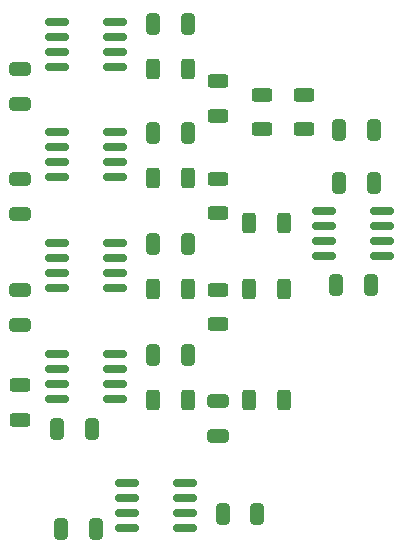
<source format=gtp>
%TF.GenerationSoftware,KiCad,Pcbnew,(6.0.1-0)*%
%TF.CreationDate,2022-05-23T09:42:09-04:00*%
%TF.ProjectId,Summing Circuit V5,53756d6d-696e-4672-9043-697263756974,003*%
%TF.SameCoordinates,Original*%
%TF.FileFunction,Paste,Top*%
%TF.FilePolarity,Positive*%
%FSLAX46Y46*%
G04 Gerber Fmt 4.6, Leading zero omitted, Abs format (unit mm)*
G04 Created by KiCad (PCBNEW (6.0.1-0)) date 2022-05-23 09:42:09*
%MOMM*%
%LPD*%
G01*
G04 APERTURE LIST*
G04 Aperture macros list*
%AMRoundRect*
0 Rectangle with rounded corners*
0 $1 Rounding radius*
0 $2 $3 $4 $5 $6 $7 $8 $9 X,Y pos of 4 corners*
0 Add a 4 corners polygon primitive as box body*
4,1,4,$2,$3,$4,$5,$6,$7,$8,$9,$2,$3,0*
0 Add four circle primitives for the rounded corners*
1,1,$1+$1,$2,$3*
1,1,$1+$1,$4,$5*
1,1,$1+$1,$6,$7*
1,1,$1+$1,$8,$9*
0 Add four rect primitives between the rounded corners*
20,1,$1+$1,$2,$3,$4,$5,0*
20,1,$1+$1,$4,$5,$6,$7,0*
20,1,$1+$1,$6,$7,$8,$9,0*
20,1,$1+$1,$8,$9,$2,$3,0*%
G04 Aperture macros list end*
%ADD10RoundRect,0.250000X0.325000X0.650000X-0.325000X0.650000X-0.325000X-0.650000X0.325000X-0.650000X0*%
%ADD11RoundRect,0.250000X-0.650000X0.325000X-0.650000X-0.325000X0.650000X-0.325000X0.650000X0.325000X0*%
%ADD12RoundRect,0.250000X-0.312500X-0.625000X0.312500X-0.625000X0.312500X0.625000X-0.312500X0.625000X0*%
%ADD13RoundRect,0.250000X-0.625000X0.312500X-0.625000X-0.312500X0.625000X-0.312500X0.625000X0.312500X0*%
%ADD14RoundRect,0.250000X0.312500X0.625000X-0.312500X0.625000X-0.312500X-0.625000X0.312500X-0.625000X0*%
%ADD15RoundRect,0.150000X-0.825000X-0.150000X0.825000X-0.150000X0.825000X0.150000X-0.825000X0.150000X0*%
%ADD16RoundRect,0.250000X0.625000X-0.312500X0.625000X0.312500X-0.625000X0.312500X-0.625000X-0.312500X0*%
%ADD17RoundRect,0.250000X0.650000X-0.325000X0.650000X0.325000X-0.650000X0.325000X-0.650000X-0.325000X0*%
%ADD18RoundRect,0.250000X-0.325000X-0.650000X0.325000X-0.650000X0.325000X0.650000X-0.325000X0.650000X0*%
%ADD19RoundRect,0.150000X0.825000X0.150000X-0.825000X0.150000X-0.825000X-0.150000X0.825000X-0.150000X0*%
G04 APERTURE END LIST*
D10*
%TO.C,C5*%
X105361000Y-67183000D03*
X102411000Y-67183000D03*
%TD*%
D11*
%TO.C,C9*%
X107950000Y-80440000D03*
X107950000Y-83390000D03*
%TD*%
D10*
%TO.C,C8*%
X97233000Y-82804000D03*
X94283000Y-82804000D03*
%TD*%
D12*
%TO.C,R3*%
X102423500Y-61595000D03*
X105348500Y-61595000D03*
%TD*%
D13*
%TO.C,W1*%
X91186000Y-79121000D03*
X91186000Y-82046000D03*
%TD*%
D14*
%TO.C,R7*%
X113476500Y-70993000D03*
X110551500Y-70993000D03*
%TD*%
D15*
%TO.C,U5*%
X116905000Y-64389000D03*
X116905000Y-65659000D03*
X116905000Y-66929000D03*
X116905000Y-68199000D03*
X121855000Y-68199000D03*
X121855000Y-66929000D03*
X121855000Y-65659000D03*
X121855000Y-64389000D03*
%TD*%
D10*
%TO.C,C12*%
X120855000Y-70612000D03*
X117905000Y-70612000D03*
%TD*%
D16*
%TO.C,R9*%
X115252500Y-57469500D03*
X115252500Y-54544500D03*
%TD*%
D10*
%TO.C,C1*%
X97614000Y-91313000D03*
X94664000Y-91313000D03*
%TD*%
D16*
%TO.C,R12*%
X111633000Y-57469500D03*
X111633000Y-54544500D03*
%TD*%
D13*
%TO.C,R11*%
X107950000Y-53401500D03*
X107950000Y-56326500D03*
%TD*%
D15*
%TO.C,U6*%
X94299000Y-48387000D03*
X94299000Y-49657000D03*
X94299000Y-50927000D03*
X94299000Y-52197000D03*
X99249000Y-52197000D03*
X99249000Y-50927000D03*
X99249000Y-49657000D03*
X99249000Y-48387000D03*
%TD*%
D17*
%TO.C,C4*%
X91186000Y-64594000D03*
X91186000Y-61644000D03*
%TD*%
D18*
%TO.C,C2*%
X108318000Y-90043000D03*
X111268000Y-90043000D03*
%TD*%
D10*
%TO.C,C13*%
X105361000Y-48514000D03*
X102411000Y-48514000D03*
%TD*%
D17*
%TO.C,C6*%
X91186000Y-73992000D03*
X91186000Y-71042000D03*
%TD*%
D15*
%TO.C,U4*%
X94299000Y-57658000D03*
X94299000Y-58928000D03*
X94299000Y-60198000D03*
X94299000Y-61468000D03*
X99249000Y-61468000D03*
X99249000Y-60198000D03*
X99249000Y-58928000D03*
X99249000Y-57658000D03*
%TD*%
D19*
%TO.C,U1*%
X105156000Y-91186000D03*
X105156000Y-89916000D03*
X105156000Y-88646000D03*
X105156000Y-87376000D03*
X100206000Y-87376000D03*
X100206000Y-88646000D03*
X100206000Y-89916000D03*
X100206000Y-91186000D03*
%TD*%
D12*
%TO.C,R2*%
X102423500Y-70993000D03*
X105348500Y-70993000D03*
%TD*%
%TO.C,R10*%
X102423500Y-52324000D03*
X105348500Y-52324000D03*
%TD*%
D14*
%TO.C,R6*%
X113476500Y-80391000D03*
X110551500Y-80391000D03*
%TD*%
D10*
%TO.C,C7*%
X105361000Y-76581000D03*
X102411000Y-76581000D03*
%TD*%
D13*
%TO.C,R5*%
X107950000Y-61656500D03*
X107950000Y-64581500D03*
%TD*%
%TO.C,R4*%
X107950000Y-71054500D03*
X107950000Y-73979500D03*
%TD*%
D15*
%TO.C,U3*%
X94299000Y-67056000D03*
X94299000Y-68326000D03*
X94299000Y-69596000D03*
X94299000Y-70866000D03*
X99249000Y-70866000D03*
X99249000Y-69596000D03*
X99249000Y-68326000D03*
X99249000Y-67056000D03*
%TD*%
D12*
%TO.C,R1*%
X102423500Y-80391000D03*
X105348500Y-80391000D03*
%TD*%
D10*
%TO.C,C3*%
X105361000Y-57785000D03*
X102411000Y-57785000D03*
%TD*%
D17*
%TO.C,C14*%
X91186000Y-55323000D03*
X91186000Y-52373000D03*
%TD*%
D10*
%TO.C,C10*%
X121109000Y-57531000D03*
X118159000Y-57531000D03*
%TD*%
D18*
%TO.C,C11*%
X118159000Y-61976000D03*
X121109000Y-61976000D03*
%TD*%
D15*
%TO.C,U2*%
X94299000Y-76454000D03*
X94299000Y-77724000D03*
X94299000Y-78994000D03*
X94299000Y-80264000D03*
X99249000Y-80264000D03*
X99249000Y-78994000D03*
X99249000Y-77724000D03*
X99249000Y-76454000D03*
%TD*%
D14*
%TO.C,R8*%
X113476500Y-65405000D03*
X110551500Y-65405000D03*
%TD*%
M02*

</source>
